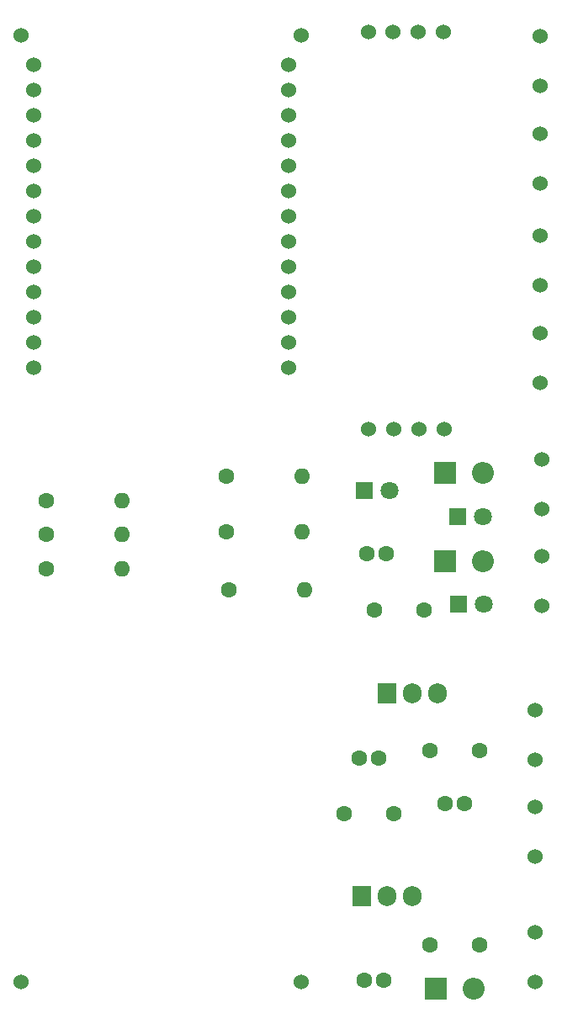
<source format=gbs>
%TF.GenerationSoftware,KiCad,Pcbnew,(5.1.10)-1*%
%TF.CreationDate,2022-11-04T13:07:15-05:00*%
%TF.ProjectId,EscolleraV3,4573636f-6c6c-4657-9261-56332e6b6963,rev?*%
%TF.SameCoordinates,Original*%
%TF.FileFunction,Soldermask,Bot*%
%TF.FilePolarity,Negative*%
%FSLAX46Y46*%
G04 Gerber Fmt 4.6, Leading zero omitted, Abs format (unit mm)*
G04 Created by KiCad (PCBNEW (5.1.10)-1) date 2022-11-04 13:07:15*
%MOMM*%
%LPD*%
G01*
G04 APERTURE LIST*
%ADD10C,1.524000*%
%ADD11C,1.600000*%
%ADD12C,1.800000*%
%ADD13R,1.800000X1.800000*%
%ADD14O,1.600000X1.600000*%
%ADD15R,1.905000X2.000000*%
%ADD16O,1.905000X2.000000*%
%ADD17R,2.200000X2.200000*%
%ADD18O,2.200000X2.200000*%
G04 APERTURE END LIST*
D10*
%TO.C,U3*%
X117739961Y-140912821D03*
X145899961Y-140912821D03*
X145899961Y-45642821D03*
X117739961Y-45642821D03*
X118979961Y-48672821D03*
X118979961Y-51212821D03*
X118979961Y-53752821D03*
X118979961Y-56292821D03*
X118979961Y-58832821D03*
X118979961Y-61372821D03*
X118979961Y-63912821D03*
X118979961Y-66452821D03*
X118979961Y-68992821D03*
X118979961Y-71532821D03*
X118979961Y-74072821D03*
X118979961Y-76612821D03*
X118979961Y-79152821D03*
X144659961Y-79152821D03*
X144659961Y-76612821D03*
X144659961Y-68992821D03*
X144659961Y-66452821D03*
X144659961Y-51212821D03*
X144659961Y-48672821D03*
X144659961Y-63912821D03*
X144659961Y-56292821D03*
X144659961Y-61372821D03*
X144659961Y-58832821D03*
X144659961Y-53752821D03*
X144659961Y-71532821D03*
X144659961Y-74072821D03*
%TD*%
%TO.C,J8*%
X170116000Y-103108000D03*
X170116000Y-98108000D03*
%TD*%
D11*
%TO.C,C1*%
X163877000Y-117602000D03*
X158877000Y-117602000D03*
%TD*%
%TO.C,C2*%
X163877000Y-137160000D03*
X158877000Y-137160000D03*
%TD*%
%TO.C,C3*%
X150241000Y-123952000D03*
X155241000Y-123952000D03*
%TD*%
%TO.C,C4*%
X153289000Y-103505000D03*
X158289000Y-103505000D03*
%TD*%
%TO.C,C5*%
X154273000Y-140716000D03*
X152273000Y-140716000D03*
%TD*%
%TO.C,C6*%
X153765000Y-118364000D03*
X151765000Y-118364000D03*
%TD*%
%TO.C,C7*%
X160401000Y-122936000D03*
X162401000Y-122936000D03*
%TD*%
%TO.C,C8*%
X152527000Y-97790000D03*
X154527000Y-97790000D03*
%TD*%
D12*
%TO.C,D2*%
X154813000Y-91440000D03*
D13*
X152273000Y-91440000D03*
%TD*%
%TO.C,D4*%
X161798000Y-102870000D03*
D12*
X164338000Y-102870000D03*
%TD*%
D13*
%TO.C,D6*%
X161671000Y-94107000D03*
D12*
X164211000Y-94107000D03*
%TD*%
D10*
%TO.C,J1*%
X169482000Y-140906000D03*
X169482000Y-135906000D03*
%TD*%
%TO.C,J2*%
X169989000Y-50784000D03*
X169989000Y-45784000D03*
%TD*%
%TO.C,J3*%
X169989000Y-55563000D03*
X169989000Y-60563000D03*
%TD*%
%TO.C,J4*%
X169989000Y-70850000D03*
X169989000Y-65850000D03*
%TD*%
%TO.C,J5*%
X169989000Y-75629000D03*
X169989000Y-80629000D03*
%TD*%
%TO.C,J6*%
X169482000Y-123333000D03*
X169482000Y-128333000D03*
%TD*%
%TO.C,J7*%
X169482000Y-118554000D03*
X169482000Y-113554000D03*
%TD*%
%TO.C,J9*%
X170116000Y-88329000D03*
X170116000Y-93329000D03*
%TD*%
D11*
%TO.C,R1*%
X120269000Y-92456000D03*
D14*
X127889000Y-92456000D03*
%TD*%
%TO.C,R2*%
X127889000Y-95885000D03*
D11*
X120269000Y-95885000D03*
%TD*%
%TO.C,R3*%
X120269000Y-99314000D03*
D14*
X127889000Y-99314000D03*
%TD*%
%TO.C,R4*%
X146050000Y-90043000D03*
D11*
X138430000Y-90043000D03*
%TD*%
D14*
%TO.C,R5*%
X146304000Y-101473000D03*
D11*
X138684000Y-101473000D03*
%TD*%
%TO.C,R6*%
X138430000Y-95631000D03*
D14*
X146050000Y-95631000D03*
%TD*%
D15*
%TO.C,U1*%
X152019000Y-132270500D03*
D16*
X154559000Y-132270500D03*
X157099000Y-132270500D03*
%TD*%
%TO.C,U2*%
X159639000Y-111887000D03*
X157099000Y-111887000D03*
D15*
X154559000Y-111887000D03*
%TD*%
D10*
%TO.C,U4*%
X152704800Y-85318600D03*
X157784800Y-85318600D03*
X160274000Y-45339000D03*
X155194000Y-45339000D03*
X152681000Y-45339000D03*
X157734000Y-45339000D03*
X160324800Y-85318600D03*
X155244800Y-85325800D03*
%TD*%
D17*
%TO.C,D1*%
X159512000Y-141605000D03*
D18*
X163322000Y-141605000D03*
%TD*%
%TO.C,D3*%
X164211000Y-98552000D03*
D17*
X160401000Y-98552000D03*
%TD*%
%TO.C,D5*%
X160401000Y-89662000D03*
D18*
X164211000Y-89662000D03*
%TD*%
M02*

</source>
